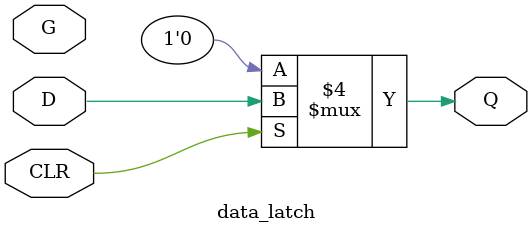
<source format=v>
module data_latch(D, G, CLR, Q);
    input D, G, CLR;
    output reg Q;

    always @(*) begin
        if(~CLR)
            Q <= 0;
        else
            Q <= D;
    end // End of Always statement
endmodule
</source>
